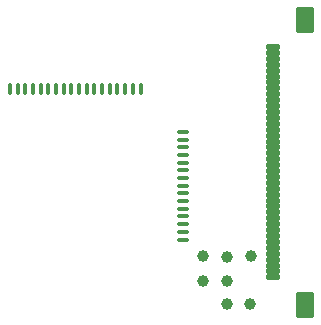
<source format=gbr>
%TF.GenerationSoftware,KiCad,Pcbnew,7.0.7*%
%TF.CreationDate,2024-03-24T16:11:17-04:00*%
%TF.ProjectId,RCP-FLEX,5243502d-464c-4455-982e-6b696361645f,rev?*%
%TF.SameCoordinates,Original*%
%TF.FileFunction,Soldermask,Top*%
%TF.FilePolarity,Negative*%
%FSLAX46Y46*%
G04 Gerber Fmt 4.6, Leading zero omitted, Abs format (unit mm)*
G04 Created by KiCad (PCBNEW 7.0.7) date 2024-03-24 16:11:17*
%MOMM*%
%LPD*%
G01*
G04 APERTURE LIST*
G04 Aperture macros list*
%AMRoundRect*
0 Rectangle with rounded corners*
0 $1 Rounding radius*
0 $2 $3 $4 $5 $6 $7 $8 $9 X,Y pos of 4 corners*
0 Add a 4 corners polygon primitive as box body*
4,1,4,$2,$3,$4,$5,$6,$7,$8,$9,$2,$3,0*
0 Add four circle primitives for the rounded corners*
1,1,$1+$1,$2,$3*
1,1,$1+$1,$4,$5*
1,1,$1+$1,$6,$7*
1,1,$1+$1,$8,$9*
0 Add four rect primitives between the rounded corners*
20,1,$1+$1,$2,$3,$4,$5,0*
20,1,$1+$1,$4,$5,$6,$7,0*
20,1,$1+$1,$6,$7,$8,$9,0*
20,1,$1+$1,$8,$9,$2,$3,0*%
G04 Aperture macros list end*
%ADD10O,0.400000X1.000000*%
%ADD11C,1.000000*%
%ADD12O,1.000000X0.400000*%
%ADD13RoundRect,0.076200X0.500000X-0.150000X0.500000X0.150000X-0.500000X0.150000X-0.500000X-0.150000X0*%
%ADD14RoundRect,0.076200X0.650000X-1.000000X0.650000X1.000000X-0.650000X1.000000X-0.650000X-1.000000X0*%
G04 APERTURE END LIST*
D10*
%TO.C,TP2*%
X160415000Y-63500000D03*
%TD*%
D11*
%TO.C,TP38*%
X178100000Y-79705200D03*
%TD*%
D10*
%TO.C,TP9*%
X164965000Y-63500000D03*
%TD*%
D12*
%TO.C,TP31*%
X174390000Y-74910000D03*
%TD*%
D10*
%TO.C,TP5*%
X162365000Y-63500000D03*
%TD*%
D12*
%TO.C,TP24*%
X174390000Y-70360000D03*
%TD*%
D10*
%TO.C,TP1*%
X159765000Y-63500000D03*
%TD*%
%TO.C,TP6*%
X163015000Y-63500000D03*
%TD*%
D12*
%TO.C,TP23*%
X174390000Y-69710000D03*
%TD*%
D10*
%TO.C,TP14*%
X168215000Y-63500000D03*
%TD*%
%TO.C,TP11*%
X166265000Y-63500000D03*
%TD*%
%TO.C,TP18*%
X170815000Y-63500000D03*
%TD*%
D11*
%TO.C,TP37*%
X176100000Y-79700000D03*
%TD*%
D10*
%TO.C,TP17*%
X170165000Y-63500000D03*
%TD*%
%TO.C,TP4*%
X161715000Y-63500000D03*
%TD*%
%TO.C,TP10*%
X165615000Y-63500000D03*
%TD*%
D11*
%TO.C,TP34*%
X176098200Y-77647800D03*
%TD*%
%TO.C,TP35*%
X178130200Y-77673200D03*
%TD*%
%TO.C,TP40*%
X180100000Y-81700000D03*
%TD*%
D13*
%TO.C,J1*%
X182016400Y-59915400D03*
X182016400Y-60415400D03*
X182016400Y-60915400D03*
X182016400Y-61415400D03*
X182016400Y-61915400D03*
X182016400Y-62415400D03*
X182016400Y-62915400D03*
X182016400Y-63415400D03*
X182016400Y-63915400D03*
X182016400Y-64415400D03*
X182016400Y-64915400D03*
X182016400Y-65415400D03*
X182016400Y-65915400D03*
X182016400Y-66415400D03*
X182016400Y-66915400D03*
X182016400Y-67415400D03*
X182016400Y-67915400D03*
X182016400Y-68415400D03*
X182016400Y-68915400D03*
X182016400Y-69415400D03*
X182016400Y-69915400D03*
X182016400Y-70415400D03*
X182016400Y-70915400D03*
X182016400Y-71415400D03*
X182016400Y-71915400D03*
X182016400Y-72415400D03*
X182016400Y-72915400D03*
X182016400Y-73415400D03*
X182016400Y-73915400D03*
X182016400Y-74415400D03*
X182016400Y-74915400D03*
X182016400Y-75415400D03*
X182016400Y-75915400D03*
X182016400Y-76415400D03*
X182016400Y-76915400D03*
X182016400Y-77415400D03*
X182016400Y-77915400D03*
X182016400Y-78415400D03*
X182016400Y-78915400D03*
X182016400Y-79415400D03*
D14*
X184716400Y-81715400D03*
X184716400Y-57615400D03*
%TD*%
D12*
%TO.C,TP29*%
X174390000Y-73610000D03*
%TD*%
%TO.C,TP27*%
X174390000Y-72310000D03*
%TD*%
D10*
%TO.C,TP15*%
X168865000Y-63500000D03*
%TD*%
%TO.C,TP12*%
X166915000Y-63500000D03*
%TD*%
%TO.C,TP7*%
X163665000Y-63500000D03*
%TD*%
%TO.C,TP8*%
X164315000Y-63500000D03*
%TD*%
%TO.C,TP16*%
X169515000Y-63500000D03*
%TD*%
D12*
%TO.C,TP20*%
X174390000Y-67760000D03*
%TD*%
%TO.C,TP25*%
X174390000Y-71010000D03*
%TD*%
%TO.C,TP21*%
X174390000Y-68410000D03*
%TD*%
%TO.C,TP22*%
X174390000Y-69060000D03*
%TD*%
D11*
%TO.C,TP39*%
X178100000Y-81700000D03*
%TD*%
D10*
%TO.C,TP3*%
X161065000Y-63500000D03*
%TD*%
D12*
%TO.C,TP30*%
X174390000Y-74260000D03*
%TD*%
%TO.C,TP19*%
X174390000Y-67110000D03*
%TD*%
%TO.C,TP33*%
X174390000Y-76210000D03*
%TD*%
D11*
%TO.C,TP36*%
X180162200Y-77647800D03*
%TD*%
D12*
%TO.C,TP28*%
X174390000Y-72960000D03*
%TD*%
%TO.C,TP26*%
X174390000Y-71660000D03*
%TD*%
%TO.C,TP32*%
X174390000Y-75560000D03*
%TD*%
D10*
%TO.C,TP13*%
X167565000Y-63500000D03*
%TD*%
M02*

</source>
